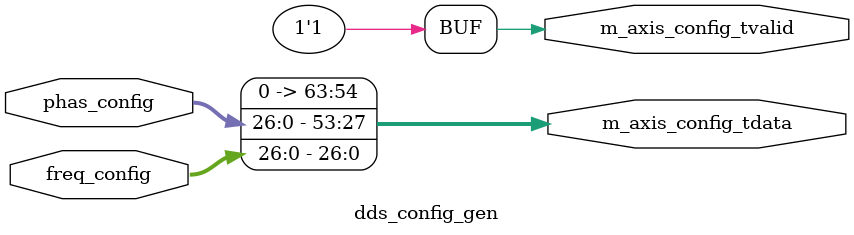
<source format=v>
`timescale 1ns / 1ps


module dds_config_gen(
    input [26:0] freq_config,
    input [26:0] phas_config,
    output [63:0] m_axis_config_tdata,
    output m_axis_config_tvalid
    );
    
    
    assign m_axis_config_tdata = { 10'b0, phas_config, freq_config};
    assign m_axis_config_tvalid = 1'b1;
    
    
endmodule

</source>
